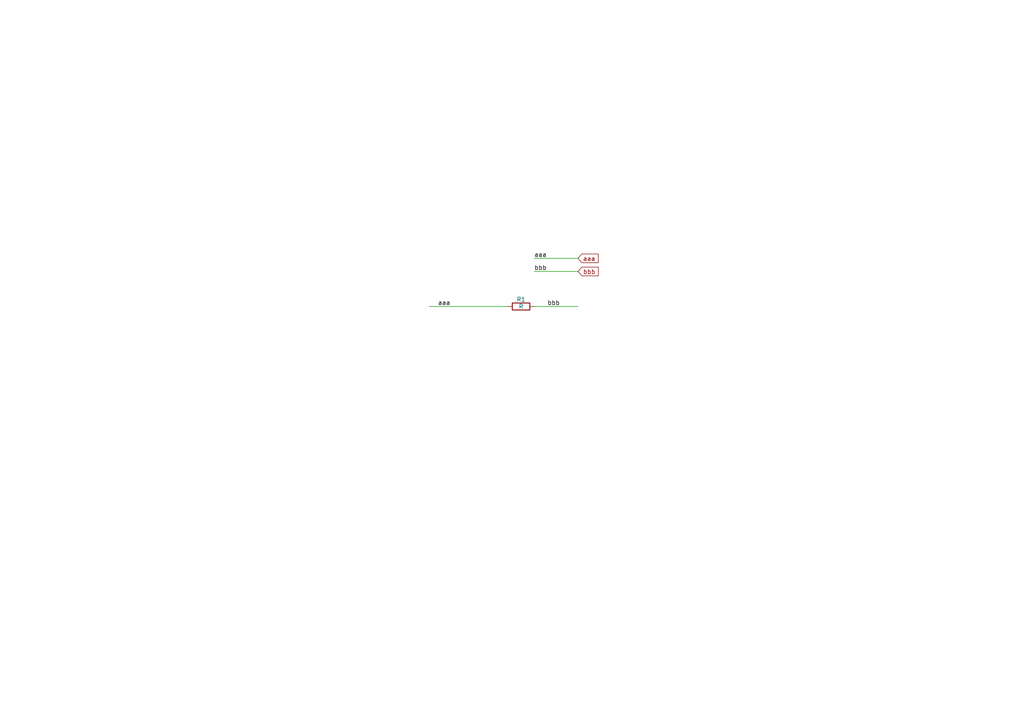
<source format=kicad_sch>
(kicad_sch (version 20230121) (generator eeschema)
  (paper "A4")
  (lib_symbols
    (symbol "Device:R" (pin_numbers hide) (pin_names (offset 0))
      (property "Reference" "R" (at 2.032 0 90))
      (property "Value" "R" (at 0 0 90))
      (symbol "R_0_1"
        (rectangle (start -1.016 -2.54) (end 1.016 2.54) (stroke (width 0.254)))
      )
      (symbol "R_1_1"
        (pin passive line (at 0 3.81 270) (length 1.27) (name "~") (number "1"))
        (pin passive line (at 0 -3.81 90) (length 1.27) (name "~") (number "2"))
      )
    )
  )
  (wire (pts (xy 154.94 74.93) (xy 167.64 74.93)))
  (wire (pts (xy 124.46 88.9) (xy 147.32 88.9)))
  (wire (pts (xy 154.94 78.74) (xy 167.64 78.74)))
  (wire (pts (xy 154.94 88.9) (xy 167.64 88.9)))
  (label "bbb" (at 158.75 88.9 0))
  (label "bbb" (at 154.94 78.74 0))
  (label "aaa" (at 154.94 74.93 0))
  (label "aaa" (at 127 88.9 0))
  (global_label "bbb" (shape input) (at 167.64 78.74 0) (property "Intersheetrefs" "${INTERSHEET_REFS}" (effects hide)))
  (global_label "aaa" (shape input) (at 167.64 74.93 0) (property "Intersheetrefs" "${INTERSHEET_REFS}" (effects hide)))
  (symbol (lib_id "Device:R") (at 151.13 88.9 90) (unit 1)
    (property "Reference" "R1" (at 151.13 86.868 90))
    (property "Value" "R" (at 151.13 88.9 90))
    (instances (project "asdf_labels" (path "" (reference "R1") (unit 1)) (path "" (reference "R2") (unit 1))))
  )
)
</source>
